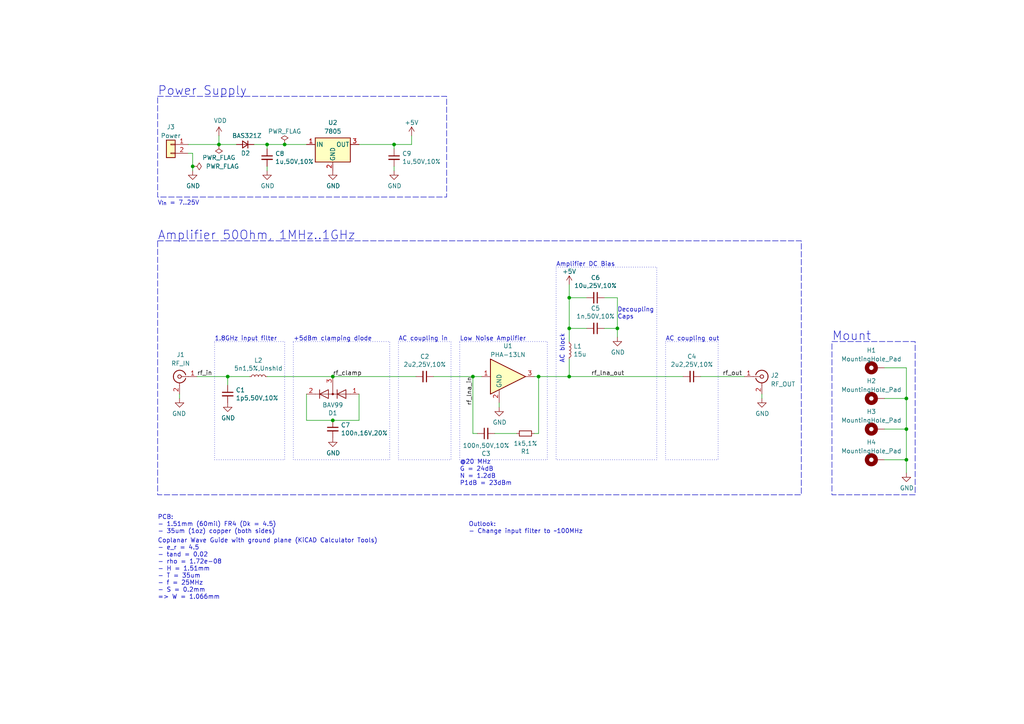
<source format=kicad_sch>
(kicad_sch (version 20230121) (generator eeschema)
  (paper "A4")
  (title_block (title "Low-noise RF Preamplifier") (date "2023-05-15") (rev "1") (company "ETH Zürich") (comment 1 "Maximilian Stabel") (comment 2 "https://www.minicircuits.com/pdfs/PHA-13LN+.pdf") (comment 3 "https://rflab.martinos.org/index.php?title=Low-noise_RF_Preamplifier") (comment 4 "Based on martinos rflab and recommended circuit"))
  (lib_symbols
    (symbol "Connector:Conn_Coaxial" (pin_names (offset 1.016) hide)
      (property "Reference" "J" (at 0.254 3.048 0))
      (property "Value" "Conn_Coaxial" (at 2.921 0 90))
      (symbol "Conn_Coaxial_0_1"
        (arc (start -1.778 -0.508) (mid 0.2311 -1.8066) (end 1.778 0) (stroke (width 0.254)))
        (polyline (pts (xy -2.54 0) (xy -0.508 0)))
        (polyline (pts (xy 0 -2.54) (xy 0 -1.778)))
        (circle (center 0 0) (radius 0.508) (stroke (width 0.2032)))
        (arc (start 1.778 0) (mid 0.2099 1.8101) (end -1.778 0.508) (stroke (width 0.254)))
      )
      (symbol "Conn_Coaxial_1_1"
        (pin passive line (at -5.08 0 0) (length 2.54) (name "In") (number "1"))
        (pin passive line (at 0 -5.08 90) (length 2.54) (name "Ext") (number "2"))
      )
    )
    (symbol "Connector_Generic:Conn_01x02" (pin_names (offset 1.016) hide)
      (property "Reference" "J" (at 0 2.54 0))
      (property "Value" "Conn_01x02" (at 0 -5.08 0))
      (symbol "Conn_01x02_1_1"
        (rectangle (start -1.27 -2.413) (end 0 -2.667) (stroke (width 0.1524)))
        (rectangle (start -1.27 0.127) (end 0 -0.127) (stroke (width 0.1524)))
        (rectangle (start -1.27 1.27) (end 1.27 -3.81) (stroke (width 0.254)) (fill (type background)))
        (pin passive line (at -5.08 0 0) (length 3.81) (name "Pin_1") (number "1"))
        (pin passive line (at -5.08 -2.54 0) (length 3.81) (name "Pin_2") (number "2"))
      )
    )
    (symbol "Device:C_Small" (pin_numbers hide) (pin_names (offset 0.254) hide)
      (property "Reference" "C" (at 0.254 1.778 0))
      (property "Value" "C_Small" (at 0.254 -2.032 0))
      (symbol "C_Small_0_1"
        (polyline (pts (xy -1.524 -0.508) (xy 1.524 -0.508)) (stroke (width 0.3302)))
        (polyline (pts (xy -1.524 0.508) (xy 1.524 0.508)) (stroke (width 0.3048)))
      )
      (symbol "C_Small_1_1"
        (pin passive line (at 0 2.54 270) (length 2.032) (name "~") (number "1"))
        (pin passive line (at 0 -2.54 90) (length 2.032) (name "~") (number "2"))
      )
    )
    (symbol "Device:D_Small" (pin_numbers hide) (pin_names (offset 0.254) hide)
      (property "Reference" "D" (at -1.27 2.032 0))
      (property "Value" "D_Small" (at -3.81 -2.032 0))
      (symbol "D_Small_0_1"
        (polyline (pts (xy -0.762 -1.016) (xy -0.762 1.016)) (stroke (width 0.254)))
        (polyline (pts (xy -0.762 0) (xy 0.762 0)))
        (polyline (pts (xy 0.762 -1.016) (xy -0.762 0) (xy 0.762 1.016) (xy 0.762 -1.016)) (stroke (width 0.254)))
      )
      (symbol "D_Small_1_1"
        (pin passive line (at -2.54 0 0) (length 1.778) (name "K") (number "1"))
        (pin passive line (at 2.54 0 180) (length 1.778) (name "A") (number "2"))
      )
    )
    (symbol "Device:L_Small" (pin_numbers hide) (pin_names (offset 0.254) hide)
      (property "Reference" "L" (at 0.762 1.016 0))
      (property "Value" "L_Small" (at 0.762 -1.016 0))
      (symbol "L_Small_0_1"
        (arc (start 0 -2.032) (mid 0.5058 -1.524) (end 0 -1.016))
        (arc (start 0 -1.016) (mid 0.5058 -0.508) (end 0 0))
        (arc (start 0 0) (mid 0.5058 0.508) (end 0 1.016))
        (arc (start 0 1.016) (mid 0.5058 1.524) (end 0 2.032))
      )
      (symbol "L_Small_1_1"
        (pin passive line (at 0 2.54 270) (length 0.508) (name "~") (number "1"))
        (pin passive line (at 0 -2.54 90) (length 0.508) (name "~") (number "2"))
      )
    )
    (symbol "Device:R_Small" (pin_numbers hide) (pin_names (offset 0.254) hide)
      (property "Reference" "R" (at 0.762 0.508 0))
      (property "Value" "R_Small" (at 0.762 -1.016 0))
      (symbol "R_Small_0_1"
        (rectangle (start -0.762 1.778) (end 0.762 -1.778) (stroke (width 0.2032)))
      )
      (symbol "R_Small_1_1"
        (pin passive line (at 0 2.54 270) (length 0.762) (name "~") (number "1"))
        (pin passive line (at 0 -2.54 90) (length 0.762) (name "~") (number "2"))
      )
    )
    (symbol "Diode:BAV99" (pin_names hide)
      (property "Reference" "D" (at 0 5.08 0))
      (property "Value" "BAV99" (at 0 2.54 0))
      (symbol "BAV99_0_1"
        (polyline (pts (xy -5.08 0) (xy 5.08 0)))
      )
      (symbol "BAV99_1_1"
        (polyline (pts (xy 0 0) (xy 0 -2.54)))
        (polyline (pts (xy -1.27 -1.27) (xy -1.27 1.27) (xy -1.27 1.27)) (stroke (width 0.2032)))
        (polyline (pts (xy 3.81 1.27) (xy 3.81 -1.27) (xy 3.81 -1.27)) (stroke (width 0.2032)))
        (polyline (pts (xy -3.81 1.27) (xy -1.27 0) (xy -3.81 -1.27) (xy -3.81 1.27) (xy -3.81 1.27) (xy -3.81 1.27)) (stroke (width 0.2032)))
        (polyline (pts (xy 1.27 1.27) (xy 3.81 0) (xy 1.27 -1.27) (xy 1.27 1.27) (xy 1.27 1.27) (xy 1.27 1.27)) (stroke (width 0.2032)))
        (circle (center 0 0) (radius 0.254) (fill (type outline)))
        (pin passive line (at -7.62 0 0) (length 2.54) (name "K") (number "1"))
        (pin passive line (at 7.62 0 180) (length 2.54) (name "A") (number "2"))
        (pin passive line (at 0 -5.08 90) (length 2.54) (name "K") (number "3"))
      )
    )
    (symbol "Mechanical:MountingHole_Pad" (pin_numbers hide) (pin_names (offset 1.016) hide)
      (property "Reference" "H" (at 0 6.35 0))
      (property "Value" "MountingHole_Pad" (at 0 4.445 0))
      (symbol "MountingHole_Pad_0_1"
        (circle (center 0 1.27) (radius 1.27) (stroke (width 1.27)))
      )
      (symbol "MountingHole_Pad_1_1"
        (pin input line (at 0 -2.54 90) (length 2.54) (name "1") (number "1"))
      )
    )
    (symbol "RF_Amplifier:PHA-13LN"
      (property "Reference" "U" (at -1.27 7.62 0))
      (property "Value" "PHA-13LN" (at 2.54 5.08 0))
      (symbol "PHA-13LN_0_1"
        (polyline (pts (xy 5.08 0) (xy -5.08 5.08) (xy -5.08 -5.08) (xy 5.08 0)) (stroke (width 0.254)) (fill (type background)))
      )
      (symbol "PHA-13LN_1_1"
        (pin input line (at -7.62 0 0) (length 2.54) (name "~") (number "1"))
        (pin power_in line (at -2.54 -7.62 90) (length 3.81) (name "GND") (number "2"))
        (pin output line (at 7.62 0 180) (length 2.54) (name "~") (number "3"))
      )
    )
    (symbol "Regulator_Linear:L7805" (pin_names (offset 0.254))
      (property "Reference" "U" (at -3.81 3.175 0))
      (property "Value" "L7805" (at 0 3.175 0))
      (symbol "L7805_0_1"
        (rectangle (start -5.08 1.905) (end 5.08 -5.08) (stroke (width 0.254)) (fill (type background)))
      )
      (symbol "L7805_1_1"
        (pin power_in line (at -7.62 0 0) (length 2.54) (name "IN") (number "1"))
        (pin power_in line (at 0 -7.62 90) (length 2.54) (name "GND") (number "2"))
        (pin power_out line (at 7.62 0 180) (length 2.54) (name "OUT") (number "3"))
      )
    )
    (symbol "power:+5V" (power) (pin_names (offset 0))
      (property "Value" "+5V" (at 0 3.556 0))
      (symbol "+5V_0_1"
        (polyline (pts (xy -0.762 1.27) (xy 0 2.54)))
        (polyline (pts (xy 0 0) (xy 0 2.54)))
        (polyline (pts (xy 0 2.54) (xy 0.762 1.27)))
      )
      (symbol "+5V_1_1"
        (pin power_in line (at 0 0 90) (length 0) hide (name "+5V") (number "1"))
      )
    )
    (symbol "power:GND" (power) (pin_names (offset 0))
      (property "Value" "GND" (at 0 -3.81 0))
      (symbol "GND_0_1"
        (polyline (pts (xy 0 0) (xy 0 -1.27) (xy 1.27 -1.27) (xy 0 -2.54) (xy -1.27 -1.27) (xy 0 -1.27)))
      )
      (symbol "GND_1_1"
        (pin power_in line (at 0 0 270) (length 0) hide (name "GND") (number "1"))
      )
    )
    (symbol "power:PWR_FLAG" (power) (pin_numbers hide) (pin_names (offset 0) hide)
      (property "Value" "PWR_FLAG" (at 0 3.81 0))
      (symbol "PWR_FLAG_0_0"
        (pin power_out line (at 0 0 90) (length 0) (name "pwr") (number "1"))
      )
      (symbol "PWR_FLAG_0_1"
        (polyline (pts (xy 0 0) (xy 0 1.27) (xy -1.016 1.905) (xy 0 2.54) (xy 1.016 1.905) (xy 0 1.27)))
      )
    )
    (symbol "power:VDD" (power) (pin_names (offset 0))
      (property "Value" "VDD" (at 0 3.81 0))
      (symbol "VDD_0_1"
        (polyline (pts (xy -0.762 1.27) (xy 0 2.54)))
        (polyline (pts (xy 0 0) (xy 0 2.54)))
        (polyline (pts (xy 0 2.54) (xy 0.762 1.27)))
      )
      (symbol "VDD_1_1"
        (pin power_in line (at 0 0 90) (length 0) hide (name "VDD") (number "1"))
      )
    )
  )
  (junction (at 165.1 109.22))
  (junction (at 262.89 115.57))
  (junction (at 96.52 109.22))
  (junction (at 82.55 41.91))
  (junction (at 77.47 41.91))
  (junction (at 179.07 95.25))
  (junction (at 137.16 109.22))
  (junction (at 165.1 95.25))
  (junction (at 156.21 109.22))
  (junction (at 55.88 48.26))
  (junction (at 262.89 133.35))
  (junction (at 66.04 109.22))
  (junction (at 262.89 124.46))
  (junction (at 96.52 121.92))
  (junction (at 114.3 41.91))
  (junction (at 165.1 86.36))
  (junction (at 63.5 41.91))
  (wire (pts (xy 63.5 39.37) (xy 63.5 41.91)))
  (wire (pts (xy 156.21 125.73) (xy 156.21 109.22)))
  (wire (pts (xy 203.2 109.22) (xy 215.9 109.22)))
  (wire (pts (xy 179.07 86.36) (xy 179.07 95.25)))
  (wire (pts (xy 165.1 99.06) (xy 165.1 95.25)))
  (wire (pts (xy 262.89 106.68) (xy 262.89 115.57)))
  (wire (pts (xy 96.52 121.92) (xy 88.9 121.92)))
  (wire (pts (xy 96.52 109.22) (xy 120.65 109.22)))
  (wire (pts (xy 165.1 109.22) (xy 198.12 109.22)))
  (wire (pts (xy 66.04 109.22) (xy 66.04 111.76)))
  (wire (pts (xy 165.1 86.36) (xy 170.18 86.36)))
  (wire (pts (xy 256.54 133.35) (xy 262.89 133.35)))
  (wire (pts (xy 125.73 109.22) (xy 137.16 109.22)))
  (wire (pts (xy 137.16 109.22) (xy 139.7 109.22)))
  (wire (pts (xy 165.1 109.22) (xy 156.21 109.22)))
  (wire (pts (xy 220.98 114.3) (xy 220.98 115.57)))
  (wire (pts (xy 138.43 125.73) (xy 137.16 125.73)))
  (wire (pts (xy 262.89 115.57) (xy 262.89 124.46)))
  (wire (pts (xy 77.47 49.53) (xy 77.47 48.26)))
  (wire (pts (xy 82.55 41.91) (xy 88.9 41.91)))
  (wire (pts (xy 114.3 49.53) (xy 114.3 48.26)))
  (wire (pts (xy 165.1 95.25) (xy 170.18 95.25)))
  (wire (pts (xy 165.1 104.14) (xy 165.1 109.22)))
  (wire (pts (xy 77.47 43.18) (xy 77.47 41.91)))
  (wire (pts (xy 165.1 82.55) (xy 165.1 86.36)))
  (wire (pts (xy 256.54 115.57) (xy 262.89 115.57)))
  (wire (pts (xy 144.78 118.11) (xy 144.78 116.84)))
  (wire (pts (xy 143.51 125.73) (xy 149.86 125.73)))
  (wire (pts (xy 63.5 41.91) (xy 68.58 41.91)))
  (wire (pts (xy 256.54 106.68) (xy 262.89 106.68)))
  (wire (pts (xy 119.38 41.91) (xy 114.3 41.91)))
  (wire (pts (xy 55.88 48.26) (xy 55.88 44.45)))
  (wire (pts (xy 179.07 95.25) (xy 179.07 97.79)))
  (wire (pts (xy 175.26 86.36) (xy 179.07 86.36)))
  (wire (pts (xy 57.15 109.22) (xy 66.04 109.22)))
  (wire (pts (xy 156.21 109.22) (xy 154.94 109.22)))
  (wire (pts (xy 73.66 41.91) (xy 77.47 41.91)))
  (wire (pts (xy 154.94 125.73) (xy 156.21 125.73)))
  (wire (pts (xy 119.38 39.37) (xy 119.38 41.91)))
  (wire (pts (xy 114.3 43.18) (xy 114.3 41.91)))
  (wire (pts (xy 137.16 125.73) (xy 137.16 109.22)))
  (wire (pts (xy 77.47 109.22) (xy 96.52 109.22)))
  (wire (pts (xy 52.07 114.3) (xy 52.07 115.57)))
  (wire (pts (xy 66.04 109.22) (xy 72.39 109.22)))
  (wire (pts (xy 77.47 41.91) (xy 82.55 41.91)))
  (wire (pts (xy 104.14 114.3) (xy 104.14 121.92)))
  (wire (pts (xy 262.89 133.35) (xy 262.89 137.16)))
  (wire (pts (xy 165.1 95.25) (xy 165.1 86.36)))
  (wire (pts (xy 262.89 124.46) (xy 262.89 133.35)))
  (wire (pts (xy 88.9 121.92) (xy 88.9 114.3)))
  (wire (pts (xy 175.26 95.25) (xy 179.07 95.25)))
  (wire (pts (xy 55.88 44.45) (xy 54.61 44.45)))
  (wire (pts (xy 104.14 41.91) (xy 114.3 41.91)))
  (wire (pts (xy 104.14 121.92) (xy 96.52 121.92)))
  (wire (pts (xy 54.61 41.91) (xy 63.5 41.91)))
  (wire (pts (xy 55.88 49.53) (xy 55.88 48.26)))
  (wire (pts (xy 256.54 124.46) (xy 262.89 124.46)))
  (rectangle (start 62.23 99.06) (end 82.55 133.35) (stroke (width 0) (type dot)))
  (rectangle (start 115.57 99.06) (end 130.81 133.35) (stroke (width 0) (type dot)))
  (rectangle (start 85.09 99.06) (end 113.03 133.35) (stroke (width 0) (type dot)))
  (rectangle (start 45.72 69.85) (end 232.41 143.51) (stroke (width 0) (type dash)))
  (rectangle (start 193.04 99.06) (end 208.28 133.35) (stroke (width 0) (type dot)))
  (rectangle (start 241.3 99.06) (end 265.43 143.51) (stroke (width 0) (type dash)))
  (rectangle (start 161.29 77.47) (end 190.5 133.35) (stroke (width 0) (type dot)))
  (rectangle (start 133.35 99.06) (end 158.75 133.35) (stroke (width 0) (type dot)))
  (rectangle (start 45.72 27.94) (end 129.54 57.15) (stroke (width 0) (type dash)))
  (text "Amplifier 50Ohm, 1MHz..1GHz" (at 45.72 69.85 0) (effects (font (size 2.54 2.54)) (justify left bottom)))
  (text "Amplifier DC Bias" (at 161.29 77.47 0) (effects (font (size 1.27 1.27)) (justify left bottom)))
  (text "V_{in} = 7..25V" (at 45.72 59.69 0) (effects (font (size 1.27 1.27)) (justify left bottom)))
  (text "+5dBm clamping diode" (at 85.09 99.06 0) (effects (font (size 1.27 1.27)) (justify left bottom)))
  (text "@20 MHz\nG = 24dB\nN = 1.2dB\nP1dB = 23dBm\n" (at 133.35 140.97 0) (effects (font (size 1.27 1.27)) (justify left bottom)))
  (text "AC block" (at 163.83 105.41 90) (effects (font (size 1.27 1.27)) (justify left bottom)))
  (text "AC coupling in" (at 115.57 99.06 0) (effects (font (size 1.27 1.27)) (justify left bottom)))
  (text "Low Noise Amplifier" (at 133.35 99.06 0) (effects (font (size 1.27 1.27)) (justify left bottom)))
  (text "Decoupling\nCaps" (at 179.07 92.71 0) (effects (font (size 1.27 1.27)) (justify left bottom)))
  (text "Power Supply" (at 45.72 27.94 0) (effects (font (size 2.54 2.54)) (justify left bottom)))
  (text "Outlook:\n- Change input filter to ~100MHz" (at 135.89 154.94 0) (effects (font (size 1.27 1.27)) (justify left bottom)))
  (text "AC coupling out" (at 193.04 99.06 0) (effects (font (size 1.27 1.27)) (justify left bottom)))
  (text "1.8GHz input filter" (at 62.23 99.06 0) (effects (font (size 1.27 1.27)) (justify left bottom)))
  (text "Mount" (at 241.3 99.06 0) (effects (font (size 2.54 2.54)) (justify left bottom)))
  (text "PCB:\n- 1.51mm (60mil) FR4 (Dk = 4.5)\n- 35um (1oz) copper (both sides)" (at 45.72 154.94 0) (effects (font (size 1.27 1.27)) (justify left bottom)))
  (text "Coplanar Wave Guide with ground plane (KiCAD Calculator Tools)\n- e_r = 4.5\n- tand = 0.02\n- rho = 1.72e-08\n- H = 1.51mm\n- T = 35um\n- f = 25MHz\n- S = 0.2mm\n=> W = 1.066mm" (at 45.72 173.99 0) (effects (font (size 1.27 1.27)) (justify left bottom)))
  (label "rf_lna_in" (at 137.16 109.22 270))
  (label "rf_clamp" (at 96.52 109.22 0))
  (label "rf_lna_out" (at 171.45 109.22 0))
  (label "rf_in" (at 57.15 109.22 0))
  (label "rf_out" (at 209.55 109.22 0))
  (symbol (lib_id "power:GND") (at 144.78 118.11 0) (unit 1)
    (property "Reference" "#PWR0101" (effects hide))
    (property "Value" "GND" (at 144.907 122.5042 0))
  )
  (symbol (lib_id "Device:C_Small") (at 140.97 125.73 90) (unit 1)
    (property "Reference" "C3" (at 140.97 131.5466 90))
    (property "Value" "100n,50V,10%" (at 140.97 129.2352 90))
    (property "Footprint" "Capacitor_SMD:C_0805_2012Metric" (effects hide))
    (property "Datasheet" "https://www.mouser.ch/datasheet/2/585/MLCC-1837944.pdf" (effects hide))
    (property "MPN" "CL21B104KBCNNNC" (effects hide))
    (property "Mouser" "187-CL21B104KBCNNNC" (effects hide))
  )
  (symbol (lib_id "Device:R_Small") (at 152.4 125.73 90) (unit 1)
    (property "Reference" "R1" (at 152.4 130.937 90))
    (property "Value" "1k5,1%" (at 152.4 128.6256 90))
    (property "Footprint" "Resistor_SMD:R_0805_2012Metric" (effects hide))
    (property "Datasheet" "https://www.mouser.ch/datasheet/2/447/PYu_RT_1_to_0_01_RoHS_L_12-3003070.pdf" (effects hide))
    (property "MPN" "RT0805FRE101K5L" (effects hide))
    (property "Mouser" "603-RT0805FRE101K5L" (effects hide))
  )
  (symbol (lib_id "Device:C_Small") (at 123.19 109.22 270) (unit 1)
    (property "Reference" "C2" (at 123.19 103.4034 90))
    (property "Value" "2u2,25V,10%" (at 123.19 105.7148 90))
    (property "Footprint" "Capacitor_SMD:C_0805_2012Metric" (effects hide))
    (property "Datasheet" "https://www.mouser.ch/datasheet/2/585/MLCC-1837944.pdf" (effects hide))
    (property "MPN" "CL21A225KAFNNNG" (effects hide))
    (property "Mouser" "187-CL21A225KAFNNNG" (effects hide))
  )
  (symbol (lib_id "Device:C_Small") (at 66.04 114.3 0) (unit 1)
    (property "Reference" "C1" (at 68.3768 113.1316 0) (effects (justify left)))
    (property "Value" "1p5,50V,10%" (at 68.3768 115.443 0) (effects (justify left)))
    (property "Footprint" "Capacitor_SMD:C_0805_2012Metric" (effects hide))
    (property "Datasheet" "https://www.mouser.ch/datasheet/2/447/UPY_NP0X5R_01005_4V_to_25V_V10-3003057.pdf" (effects hide))
    (property "MPN" "CC0805BRNPO9BN1R5" (effects hide))
    (property "Mouser" "603-CC805BRNPO9BN1R5" (effects hide))
  )
  (symbol (lib_id "Device:C_Small") (at 172.72 86.36 270) (unit 1)
    (property "Reference" "C6" (at 172.72 80.5434 90))
    (property "Value" "10u,25V,10%" (at 172.72 82.8548 90))
    (property "Footprint" "Capacitor_SMD:C_0805_2012Metric" (effects hide))
    (property "Datasheet" "https://www.mouser.ch/datasheet/2/585/MLCC-1837944.pdf" (effects hide))
    (property "MPN" "CL21A106KAYNNNG" (effects hide))
    (property "Mouser" "187-CL21A106KAYNNNG" (effects hide))
  )
  (symbol (lib_id "Device:C_Small") (at 172.72 95.25 270) (unit 1)
    (property "Reference" "C5" (at 172.72 89.4334 90))
    (property "Value" "1n,50V,10%" (at 172.72 91.7448 90))
    (property "Footprint" "Capacitor_SMD:C_0805_2012Metric" (effects hide))
    (property "Datasheet" "https://www.mouser.ch/datasheet/2/585/MLCC-1837944.pdf" (effects hide))
    (property "MPN" "CL21B102KBANFNC" (effects hide))
    (property "Mouser" "187-CL21B102KBANFNC" (effects hide))
  )
  (symbol (lib_id "Device:C_Small") (at 200.66 109.22 270) (unit 1)
    (property "Reference" "C4" (at 200.66 103.4034 90))
    (property "Value" "2u2,25V,10%" (at 200.66 105.7148 90))
    (property "Footprint" "Capacitor_SMD:C_0805_2012Metric" (effects hide))
    (property "Datasheet" "https://www.mouser.ch/datasheet/2/585/MLCC-1837944.pdf" (effects hide))
    (property "MPN" "CL21A225KAFNNNG" (effects hide))
    (property "Mouser" "187-CL21A225KAFNNNG" (effects hide))
  )
  (symbol (lib_id "Device:L_Small") (at 165.1 101.6 0) (unit 1)
    (property "Reference" "L1" (at 166.3192 100.4316 0) (effects (justify left)))
    (property "Value" "15u" (at 166.3192 102.743 0) (effects (justify left)))
    (property "Footprint" "Inductor_SMD:L_0805_2012Metric" (effects hide))
    (property "Datasheet" "https://www.bourns.com/docs/Product-Datasheets/CV201210.pdf" (effects hide))
    (property "MPN" "CV201210-150K " (effects hide))
    (property "Mouser" "652-CV201210-150K" (effects hide))
    (property "DigiKey" "CV201210-150K-ND" (effects hide))
  )
  (symbol (lib_id "power:GND") (at 179.07 97.79 0) (unit 1)
    (property "Reference" "#PWR0102" (effects hide))
    (property "Value" "GND" (at 179.197 102.1842 0))
  )
  (symbol (lib_id "power:VDD") (at 63.5 39.37 0) (unit 1)
    (property "Reference" "#PWR0103" (effects hide))
    (property "Value" "VDD" (at 63.881 34.9758 0))
  )
  (symbol (lib_id "Device:L_Small") (at 74.93 109.22 90) (unit 1)
    (property "Reference" "L2" (at 74.93 104.521 90))
    (property "Value" "5n1,5%,Unshld" (at 74.93 106.8324 90))
    (property "Footprint" "Inductor_SMD:L_0805_2012Metric" (effects hide))
    (property "Datasheet" "https://www.mouser.ch/datasheet/2/597/0805ht-270663.pdf" (effects hide))
    (property "MPN" "0805HT-5N1TJLC " (effects hide))
    (property "Mouser" "994-0805HT-5N1TJLC " (effects hide))
  )
  (symbol (lib_id "power:GND") (at 66.04 116.84 0) (unit 1)
    (property "Reference" "#PWR0104" (effects hide))
    (property "Value" "GND" (at 66.167 121.2342 0))
  )
  (symbol (lib_id "RF_Amplifier:PHA-13LN") (at 147.32 109.22 0) (unit 1)
    (property "Reference" "U1" (at 147.32 100.33 0))
    (property "Value" "PHA-13LN" (at 147.32 102.87 0))
    (property "Footprint" "Package_TO_SOT_SMD:SOT-89-3_Handsoldering" (effects hide))
    (property "Datasheet" "https://www.minicircuits.com/pdfs/PHA-13LN+.pdf" (effects hide))
    (property "Mouser" "139-PHA-13LN " (effects hide))
    (property "MPN" "PHA-13LN+" (effects hide))
    (property "DigiKey" "3157-PHA-13LN+CT-ND" (effects hide))
  )
  (symbol (lib_id "Diode:BAV99") (at 96.52 114.3 180) (unit 1)
    (property "Reference" "D1" (at 96.52 119.7864 0))
    (property "Value" "BAV99" (at 96.52 117.475 0))
    (property "Footprint" "Package_TO_SOT_SMD:SOT-23" (effects hide))
    (property "Datasheet" "https://assets.nexperia.com/documents/data-sheet/BAV99_SER.pdf" (effects hide))
    (property "MPN" "BAV99" (effects hide))
    (property "Mouser" "583-BAV99" (effects hide))
    (property "DigiKey" "1727-4830-1-ND" (effects hide))
  )
  (symbol (lib_id "Device:C_Small") (at 96.52 124.46 0) (unit 1)
    (property "Reference" "C7" (at 98.8568 123.2916 0) (effects (justify left)))
    (property "Value" "100n,16V,20%" (at 98.8568 125.603 0) (effects (justify left)))
    (property "Footprint" "Capacitor_SMD:C_0805_2012Metric" (effects hide))
    (property "Datasheet" "https://media.digikey.com/pdf/Data%20Sheets/Taiyo%20Yuden%20PDFs%20URL%20links/EMF105B7104MVHF_SS.pdf" (effects hide))
    (property "MPN" "EMF105B7104MVHF " (effects hide))
    (property "Mouser" "963-EMF105B7104MVHF " (effects hide))
    (property "DigiKey" "587-EMF105B7104MVHFCT-ND" (effects hide))
  )
  (symbol (lib_id "power:GND") (at 96.52 127 0) (unit 1)
    (property "Reference" "#PWR0105" (effects hide))
    (property "Value" "GND" (at 96.647 131.3942 0))
  )
  (symbol (lib_id "Device:D_Small") (at 71.12 41.91 180) (unit 1)
    (property "Reference" "D2" (at 69.85 44.45 0) (effects (justify right)))
    (property "Value" "BAS321Z" (at 67.31 39.37 0) (effects (justify right)))
    (property "Footprint" "Diode_SMD:D_SOD-323_HandSoldering" (effects hide))
    (property "Datasheet" "https://rocelec.widen.net/view/pdf/ofhvo8bugp/NEXP-S-A0003060012-1.pdf" (effects hide))
    (property "MPN" "BAS321Z " (effects hide))
    (property "Mouser" "771-BAS321Z " (effects hide))
    (property "DigiKey" "1727-BAS321ZCT-ND" (effects hide))
  )
  (symbol (lib_id "power:GND") (at 96.52 49.53 0) (unit 1)
    (property "Reference" "#PWR0106" (effects hide))
    (property "Value" "GND" (at 96.647 53.9242 0))
  )
  (symbol (lib_id "Device:C_Small") (at 77.47 45.72 0) (unit 1)
    (property "Reference" "C8" (at 79.8068 44.5516 0) (effects (justify left)))
    (property "Value" "1u,50V,10%" (at 79.8068 46.863 0) (effects (justify left)))
    (property "Footprint" "Capacitor_SMD:C_0805_2012Metric" (effects hide))
    (property "Datasheet" "https://www.mouser.ch/datasheet/2/585/MLCC-1837944.pdf" (effects hide))
    (property "MPN" "CL21B105KBFNNNG" (effects hide))
    (property "Mouser" "187-CL21B105KBFNNNG" (effects hide))
  )
  (symbol (lib_id "Device:C_Small") (at 114.3 45.72 0) (unit 1)
    (property "Reference" "C9" (at 116.6368 44.5516 0) (effects (justify left)))
    (property "Value" "1u,50V,10%" (at 116.6368 46.863 0) (effects (justify left)))
    (property "Footprint" "Capacitor_SMD:C_0805_2012Metric" (effects hide))
    (property "Datasheet" "https://www.mouser.ch/datasheet/2/585/MLCC-1837944.pdf" (effects hide))
    (property "MPN" "CL21B105KBFNNNG" (effects hide))
    (property "Mouser" "187-CL21B105KBFNNNG" (effects hide))
  )
  (symbol (lib_id "power:GND") (at 114.3 49.53 0) (unit 1)
    (property "Reference" "#PWR0107" (effects hide))
    (property "Value" "GND" (at 114.427 53.9242 0))
  )
  (symbol (lib_id "power:GND") (at 77.47 49.53 0) (unit 1)
    (property "Reference" "#PWR0108" (effects hide))
    (property "Value" "GND" (at 77.597 53.9242 0))
  )
  (symbol (lib_id "power:PWR_FLAG") (at 63.5 41.91 180) (unit 1)
    (property "Reference" "#FLG01" (effects hide))
    (property "Value" "PWR_FLAG" (at 63.5 45.72 0))
  )
  (symbol (lib_id "power:GND") (at 262.89 137.16 0) (unit 1)
    (property "Reference" "#PWR03" (effects hide))
    (property "Value" "GND" (at 263.017 141.5542 0))
  )
  (symbol (lib_id "Mechanical:MountingHole_Pad") (at 254 106.68 90) (unit 1) (in_bom no)
    (property "Reference" "H1" (at 252.73 101.6 90))
    (property "Value" "MountingHole_Pad" (at 252.73 104.14 90))
    (property "Footprint" "MountingHole:MountingHole_2.2mm_M2_Pad_Via" (effects hide))
  )
  (symbol (lib_id "power:+5V") (at 119.38 39.37 0) (unit 1)
    (property "Reference" "#PWR01" (effects hide))
    (property "Value" "+5V" (at 119.38 35.56 0))
  )
  (symbol (lib_id "power:+5V") (at 165.1 82.55 0) (unit 1)
    (property "Reference" "#PWR02" (effects hide))
    (property "Value" "+5V" (at 165.1 78.74 0))
  )
  (symbol (lib_id "power:PWR_FLAG") (at 55.88 48.26 270) (unit 1)
    (property "Reference" "#FLG03" (effects hide))
    (property "Value" "PWR_FLAG" (at 59.69 48.26 90) (effects (justify left)))
  )
  (symbol (lib_id "power:GND") (at 52.07 115.57 0) (mirror y) (unit 1)
    (property "Reference" "#PWR05" (effects hide))
    (property "Value" "GND" (at 51.943 119.9642 0))
  )
  (symbol (lib_id "Mechanical:MountingHole_Pad") (at 254 133.35 90) (unit 1) (in_bom no)
    (property "Reference" "H4" (at 252.73 128.27 90))
    (property "Value" "MountingHole_Pad" (at 252.73 130.81 90))
    (property "Footprint" "MountingHole:MountingHole_2.2mm_M2_Pad_Via" (effects hide))
  )
  (symbol (lib_id "Connector:Conn_Coaxial") (at 52.07 109.22 0) (mirror y) (unit 1)
    (property "Reference" "J1" (at 52.3874 102.87 0))
    (property "Value" "RF_IN" (at 52.3874 105.41 0))
    (property "Footprint" "Connector_Coaxial:SMA_Molex_73251-1153_EdgeMount_Horizontal" (effects hide))
    (property "Datasheet" "https://www.farnell.com/datasheets/2048997.pdf" (effects hide))
    (property "MPN" "142-0701-851" (effects hide))
    (property "Mouser" "530-142-0701-851 " (effects hide))
  )
  (symbol (lib_id "Connector_Generic:Conn_01x02") (at 49.53 41.91 0) (mirror y) (unit 1)
    (property "Reference" "J3" (at 49.53 36.83 0))
    (property "Value" "Power" (at 49.53 39.37 0))
    (property "Footprint" "Connector_PinHeader_2.54mm:PinHeader_1x02_P2.54mm_Vertical" (effects hide))
    (property "MPN" "68491-102HLF " (effects hide))
    (property "Mouser" "649-68491-102HLF" (effects hide))
  )
  (symbol (lib_id "power:PWR_FLAG") (at 82.55 41.91 0) (unit 1)
    (property "Reference" "#FLG02" (effects hide))
    (property "Value" "PWR_FLAG" (at 82.55 38.1 0))
  )
  (symbol (lib_id "power:GND") (at 55.88 49.53 0) (unit 1)
    (property "Reference" "#PWR06" (effects hide))
    (property "Value" "GND" (at 56.007 53.9242 0))
  )
  (symbol (lib_id "Mechanical:MountingHole_Pad") (at 254 115.57 90) (unit 1) (in_bom no)
    (property "Reference" "H2" (at 252.73 110.49 90))
    (property "Value" "MountingHole_Pad" (at 252.73 113.03 90))
    (property "Footprint" "MountingHole:MountingHole_2.2mm_M2_Pad_Via" (effects hide))
  )
  (symbol (lib_id "Regulator_Linear:L7805") (at 96.52 41.91 0) (unit 1)
    (property "Reference" "U2" (at 96.52 35.56 0))
    (property "Value" "7805" (at 96.52 38.1 0))
    (property "Footprint" "Package_TO_SOT_SMD:SOT-223-3_TabPin2" (effects hide))
    (property "Datasheet" "https://www.ti.com/lit/ds/symlink/ua78m.pdf" (effects hide))
    (property "MPN" "UA78M05IDCYR" (effects hide))
    (property "Mouser" "595-UA78M05IDCYR" (effects hide))
  )
  (symbol (lib_id "Mechanical:MountingHole_Pad") (at 254 124.46 90) (unit 1) (in_bom no)
    (property "Reference" "H3" (at 252.73 119.38 90))
    (property "Value" "MountingHole_Pad" (at 252.73 121.92 90))
    (property "Footprint" "MountingHole:MountingHole_2.2mm_M2_Pad_Via" (effects hide))
  )
  (symbol (lib_id "Connector:Conn_Coaxial") (at 220.98 109.22 0) (unit 1)
    (property "Reference" "J2" (at 223.52 108.8782 0) (effects (justify left)))
    (property "Value" "RF_OUT" (at 223.52 111.4182 0) (effects (justify left)))
    (property "Footprint" "Connector_Coaxial:SMA_Molex_73251-1153_EdgeMount_Horizontal" (effects hide))
    (property "Datasheet" " ~" (effects hide))
    (property "MPN" "142-0701-851" (effects hide))
    (property "Mouser" "530-142-0701-851 " (effects hide))
  )
  (symbol (lib_id "power:GND") (at 220.98 115.57 0) (unit 1)
    (property "Reference" "#PWR04" (effects hide))
    (property "Value" "GND" (at 221.107 119.9642 0))
  )
)
</source>
